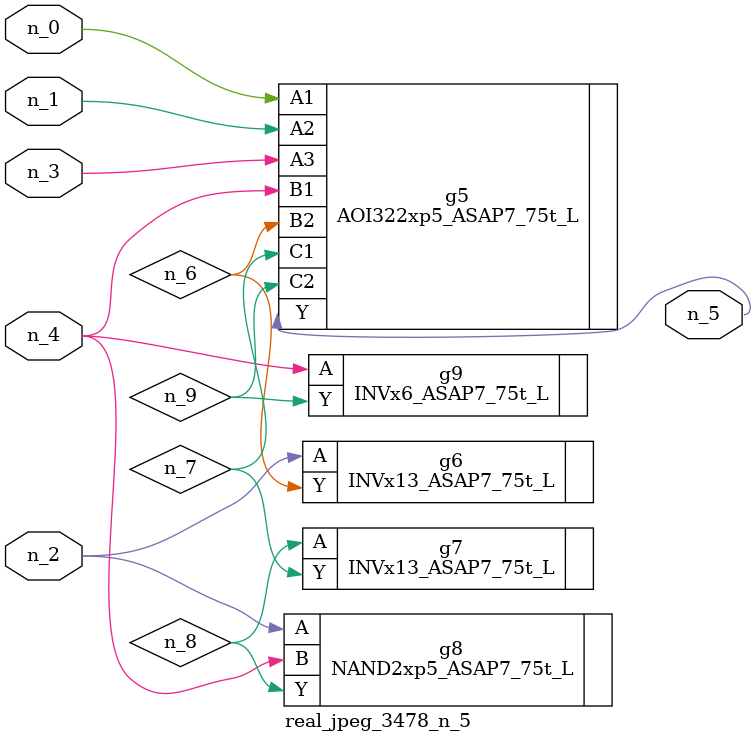
<source format=v>
module real_jpeg_3478_n_5 (n_4, n_0, n_1, n_2, n_3, n_5);

input n_4;
input n_0;
input n_1;
input n_2;
input n_3;

output n_5;

wire n_8;
wire n_6;
wire n_7;
wire n_9;

AOI322xp5_ASAP7_75t_L g5 ( 
.A1(n_0),
.A2(n_1),
.A3(n_3),
.B1(n_4),
.B2(n_6),
.C1(n_7),
.C2(n_9),
.Y(n_5)
);

INVx13_ASAP7_75t_L g6 ( 
.A(n_2),
.Y(n_6)
);

NAND2xp5_ASAP7_75t_L g8 ( 
.A(n_2),
.B(n_4),
.Y(n_8)
);

INVx6_ASAP7_75t_L g9 ( 
.A(n_4),
.Y(n_9)
);

INVx13_ASAP7_75t_L g7 ( 
.A(n_8),
.Y(n_7)
);


endmodule
</source>
